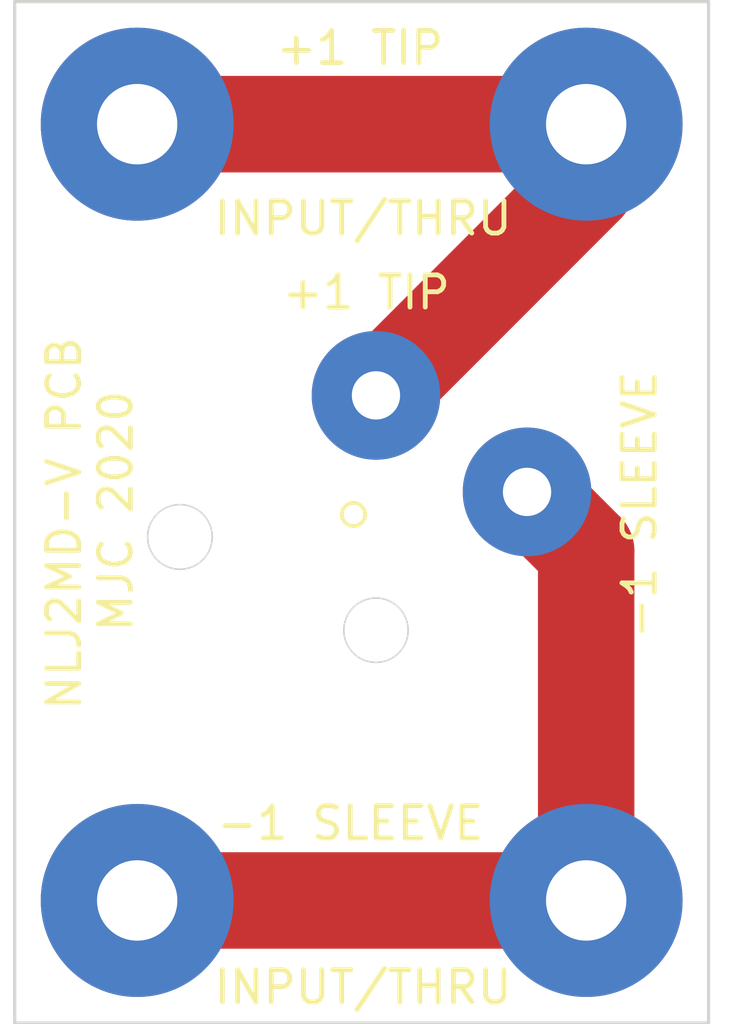
<source format=kicad_pcb>
(kicad_pcb (version 20171130) (host pcbnew 5.1.5-52549c5~84~ubuntu18.04.1)

  (general
    (thickness 1.6)
    (drawings 8)
    (tracks 7)
    (zones 0)
    (modules 6)
    (nets 1)
  )

  (page A4)
  (layers
    (0 F.Cu signal)
    (31 B.Cu signal)
    (33 F.Adhes user hide)
    (35 F.Paste user hide)
    (37 F.SilkS user)
    (38 B.Mask user)
    (39 F.Mask user)
    (40 Dwgs.User user hide)
    (41 Cmts.User user hide)
    (42 Eco1.User user hide)
    (43 Eco2.User user hide)
    (44 Edge.Cuts user)
    (45 Margin user hide)
    (46 B.CrtYd user)
    (47 F.CrtYd user hide)
    (49 F.Fab user hide)
  )

  (setup
    (last_trace_width 0.25)
    (user_trace_width 3)
    (trace_clearance 0.2)
    (zone_clearance 0.508)
    (zone_45_only no)
    (trace_min 0.2)
    (via_size 0.8)
    (via_drill 0.4)
    (via_min_size 0.4)
    (via_min_drill 0.3)
    (uvia_size 0.3)
    (uvia_drill 0.1)
    (uvias_allowed no)
    (uvia_min_size 0.2)
    (uvia_min_drill 0.1)
    (edge_width 0.05)
    (segment_width 0.2)
    (pcb_text_width 0.3)
    (pcb_text_size 1.5 1.5)
    (mod_edge_width 0.12)
    (mod_text_size 1 1)
    (mod_text_width 0.15)
    (pad_size 1.524 1.524)
    (pad_drill 0.762)
    (pad_to_mask_clearance 0.051)
    (solder_mask_min_width 0.25)
    (aux_axis_origin 135 115)
    (grid_origin 135 115)
    (visible_elements 7FFFFFFF)
    (pcbplotparams
      (layerselection 0x010e0_ffffffff)
      (usegerberextensions true)
      (usegerberattributes false)
      (usegerberadvancedattributes false)
      (creategerberjobfile true)
      (excludeedgelayer true)
      (linewidth 0.100000)
      (plotframeref false)
      (viasonmask false)
      (mode 1)
      (useauxorigin false)
      (hpglpennumber 1)
      (hpglpenspeed 20)
      (hpglpendiameter 15.000000)
      (psnegative false)
      (psa4output false)
      (plotreference true)
      (plotvalue true)
      (plotinvisibletext false)
      (padsonsilk false)
      (subtractmaskfromsilk false)
      (outputformat 1)
      (mirror false)
      (drillshape 0)
      (scaleselection 1)
      (outputdirectory ""))
  )

  (net 0 "")

  (net_class Default "This is the default net class."
    (clearance 0.2)
    (trace_width 0.25)
    (via_dia 0.8)
    (via_drill 0.4)
    (uvia_dia 0.3)
    (uvia_drill 0.1)
  )

  (module Connector_Wire:SolderWirePad_1x01_Drill1.5mm (layer F.Cu) (tedit 5AEE5EB3) (tstamp 5E55F1FF)
    (at 135.7 111.3)
    (descr "Wire solder connection")
    (tags connector)
    (attr virtual)
    (fp_text reference "+1 TIP" (at -0.3 -3.2) (layer F.SilkS)
      (effects (font (size 1 1) (thickness 0.15)))
    )
    (fp_text value SolderWirePad_1x01_Drill1.5mm (at 0 -17) (layer F.Fab)
      (effects (font (size 1 1) (thickness 0.15)))
    )
    (fp_line (start 2.5 2.5) (end -2.5 2.5) (layer F.CrtYd) (width 0.05))
    (fp_line (start 2.5 2.5) (end 2.5 -2.5) (layer F.CrtYd) (width 0.05))
    (fp_line (start -2.5 -2.5) (end -2.5 2.5) (layer F.CrtYd) (width 0.05))
    (fp_line (start -2.5 -2.5) (end 2.5 -2.5) (layer F.CrtYd) (width 0.05))
    (fp_text user %R (at 0 0) (layer F.Fab)
      (effects (font (size 1 1) (thickness 0.15)))
    )
    (pad 1 thru_hole circle (at 0 0) (size 4.0005 4.0005) (drill 1.50114) (layers *.Cu *.Mask))
  )

  (module Connector_Wire:SolderWirePad_1x01_Drill1.5mm (layer F.Cu) (tedit 5AEE5EB3) (tstamp 5E55FCA1)
    (at 140.4 114.3)
    (descr "Wire solder connection")
    (tags connector)
    (attr virtual)
    (fp_text reference "-1 SLEEVE" (at 3.5 0.4 90) (layer F.SilkS)
      (effects (font (size 1 1) (thickness 0.15)))
    )
    (fp_text value SolderWirePad_1x01_Drill1.5mm (at 18 0) (layer F.Fab)
      (effects (font (size 1 1) (thickness 0.15)))
    )
    (fp_line (start 2.5 2.5) (end -2.5 2.5) (layer F.CrtYd) (width 0.05))
    (fp_line (start 2.5 2.5) (end 2.5 -2.5) (layer F.CrtYd) (width 0.05))
    (fp_line (start -2.5 -2.5) (end -2.5 2.5) (layer F.CrtYd) (width 0.05))
    (fp_line (start -2.5 -2.5) (end 2.5 -2.5) (layer F.CrtYd) (width 0.05))
    (fp_text user %R (at 0 0) (layer F.Fab)
      (effects (font (size 1 1) (thickness 0.15)))
    )
    (pad 1 thru_hole circle (at 0 0) (size 4.0005 4.0005) (drill 1.50114) (layers *.Cu *.Mask))
  )

  (module Connector_Wire:SolderWirePad_1x01_Drill2.5mm (layer F.Cu) (tedit 5AEE5EC9) (tstamp 5E55F059)
    (at 142.24 102.87)
    (descr "Wire solder connection")
    (tags connector)
    (attr virtual)
    (fp_text reference INPUT/THRU (at -6.94 2.93) (layer F.SilkS)
      (effects (font (size 1 1) (thickness 0.15)))
    )
    (fp_text value SolderWirePad_1x01_Drill2.5mm (at 16.5 0) (layer F.Fab)
      (effects (font (size 1 1) (thickness 0.15)))
    )
    (fp_text user %R (at 0 0) (layer F.Fab)
      (effects (font (size 1 1) (thickness 0.15)))
    )
    (fp_line (start -3.5 -3.5) (end 3.5 -3.5) (layer F.CrtYd) (width 0.05))
    (fp_line (start -3.5 -3.5) (end -3.5 3.5) (layer F.CrtYd) (width 0.05))
    (fp_line (start 3.5 3.5) (end 3.5 -3.5) (layer F.CrtYd) (width 0.05))
    (fp_line (start 3.5 3.5) (end -3.5 3.5) (layer F.CrtYd) (width 0.05))
    (pad 1 thru_hole circle (at 0 0) (size 5.99948 5.99948) (drill 2.49936) (layers *.Cu *.Mask))
  )

  (module Connector_Wire:SolderWirePad_1x01_Drill2.5mm (layer F.Cu) (tedit 5AEE5EC9) (tstamp 5E55F018)
    (at 128.27 102.87)
    (descr "Wire solder connection")
    (tags connector)
    (attr virtual)
    (fp_text reference "+1 TIP" (at 6.93 -2.37) (layer F.SilkS)
      (effects (font (size 1 1) (thickness 0.15)))
    )
    (fp_text value SolderWirePad_1x01_Drill2.5mm (at -17 0) (layer F.Fab)
      (effects (font (size 1 1) (thickness 0.15)))
    )
    (fp_text user %R (at 0 0) (layer F.Fab)
      (effects (font (size 1 1) (thickness 0.15)))
    )
    (fp_line (start -3.5 -3.5) (end 3.5 -3.5) (layer F.CrtYd) (width 0.05))
    (fp_line (start -3.5 -3.5) (end -3.5 3.5) (layer F.CrtYd) (width 0.05))
    (fp_line (start 3.5 3.5) (end 3.5 -3.5) (layer F.CrtYd) (width 0.05))
    (fp_line (start 3.5 3.5) (end -3.5 3.5) (layer F.CrtYd) (width 0.05))
    (pad 1 thru_hole circle (at 0 0) (size 5.99948 5.99948) (drill 2.49936) (layers *.Cu *.Mask))
  )

  (module Connector_Wire:SolderWirePad_1x01_Drill2.5mm (layer F.Cu) (tedit 5AEE5EC9) (tstamp 5E2C074D)
    (at 142.24 127)
    (descr "Wire solder connection")
    (tags connector)
    (attr virtual)
    (fp_text reference INPUT/THRU (at -6.94 2.7) (layer F.SilkS)
      (effects (font (size 1 1) (thickness 0.15)))
    )
    (fp_text value SolderWirePad_1x01_Drill2.5mm (at 17 0) (layer F.Fab)
      (effects (font (size 1 1) (thickness 0.15)))
    )
    (fp_text user %R (at 0 0) (layer F.Fab)
      (effects (font (size 1 1) (thickness 0.15)))
    )
    (fp_line (start -3.5 -3.5) (end 3.5 -3.5) (layer F.CrtYd) (width 0.05))
    (fp_line (start -3.5 -3.5) (end -3.5 3.5) (layer F.CrtYd) (width 0.05))
    (fp_line (start 3.5 3.5) (end 3.5 -3.5) (layer F.CrtYd) (width 0.05))
    (fp_line (start 3.5 3.5) (end -3.5 3.5) (layer F.CrtYd) (width 0.05))
    (pad 1 thru_hole circle (at 0 0) (size 5.99948 5.99948) (drill 2.49936) (layers *.Cu *.Mask))
  )

  (module Connector_Wire:SolderWirePad_1x01_Drill2.5mm (layer F.Cu) (tedit 5AEE5EC9) (tstamp 5E2C0717)
    (at 128.27 127)
    (descr "Wire solder connection")
    (tags connector)
    (attr virtual)
    (fp_text reference "-1 SLEEVE" (at 6.63 -2.4) (layer F.SilkS)
      (effects (font (size 1 1) (thickness 0.15)))
    )
    (fp_text value SolderWirePad_1x01_Drill2.5mm (at -17.5 0) (layer F.Fab)
      (effects (font (size 1 1) (thickness 0.15)))
    )
    (fp_line (start 3.5 3.5) (end -3.5 3.5) (layer F.CrtYd) (width 0.05))
    (fp_line (start 3.5 3.5) (end 3.5 -3.5) (layer F.CrtYd) (width 0.05))
    (fp_line (start -3.5 -3.5) (end -3.5 3.5) (layer F.CrtYd) (width 0.05))
    (fp_line (start -3.5 -3.5) (end 3.5 -3.5) (layer F.CrtYd) (width 0.05))
    (fp_text user %R (at 0 0) (layer F.Fab)
      (effects (font (size 1 1) (thickness 0.15)))
    )
    (pad 1 thru_hole circle (at 0 0) (size 5.99948 5.99948) (drill 2.49936) (layers *.Cu *.Mask))
  )

  (gr_circle (center 129.6 115.7) (end 130.6 115.8) (layer Edge.Cuts) (width 0.05))
  (gr_circle (center 135.7 118.6) (end 136.7 118.6) (layer Edge.Cuts) (width 0.05))
  (gr_circle (center 135 115) (end 135.3 115.2) (layer F.SilkS) (width 0.12))
  (gr_line (start 146.05 99.06) (end 146.05 130.81) (layer Edge.Cuts) (width 0.1))
  (gr_line (start 124.46 99.06) (end 146.05 99.06) (layer Edge.Cuts) (width 0.1))
  (gr_line (start 124.46 130.81) (end 124.46 99.06) (layer Edge.Cuts) (width 0.1))
  (gr_line (start 146.05 130.81) (end 124.46 130.81) (layer Edge.Cuts) (width 0.1))
  (gr_text "NLJ2MD-V PCB \nMJC 2020" (at 126.8 114.9 90) (layer F.SilkS)
    (effects (font (size 1 1) (thickness 0.15)))
  )

  (segment (start 135 110) (end 135 111) (width 0.25) (layer F.Cu) (net 0))
  (segment (start 128.27 127) (end 142.24 127) (width 3) (layer F.Cu) (net 0))
  (segment (start 128.27 102.87) (end 142.24 102.87) (width 3) (layer F.Cu) (net 0))
  (segment (start 142.24 116.14) (end 140.4 114.3) (width 3) (layer F.Cu) (net 0))
  (segment (start 142.24 127) (end 142.24 116.14) (width 3) (layer F.Cu) (net 0))
  (segment (start 142.24 104.76) (end 135.7 111.3) (width 3) (layer F.Cu) (net 0))
  (segment (start 142.24 102.87) (end 142.24 104.76) (width 3) (layer F.Cu) (net 0))

)

</source>
